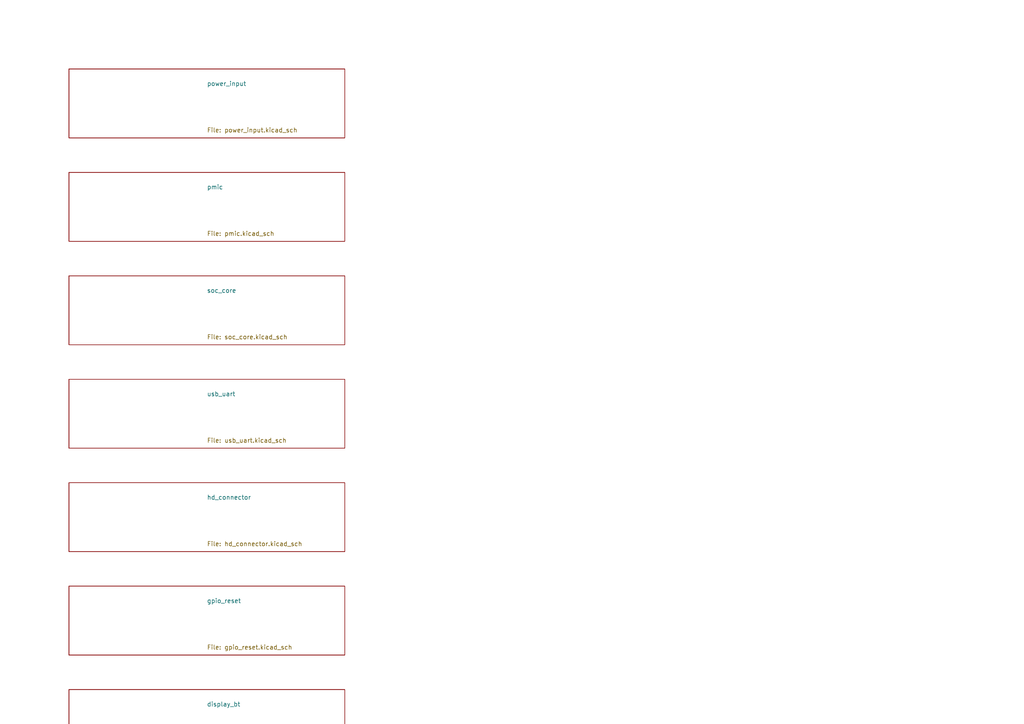
<source format=kicad_sch>
(kicad_sch
  (version 20231120)
  (generator "open_mmwave")
  (generator_version "8.0")
  (uuid "23515ff5-39b0-478f-a13c-41be9a72a45d")
  (paper "A4")

  (sheet
    (at 20 20)
    (size 80 20)
    (uuid "feb11d13-3a32-46dc-a609-6a796edc031f")
    (property "Sheetname" "power_input"
      (at 60 25 0)
      (effects (font (size 1.27 1.27)) (justify left bottom)))
    (property "Sheetfile" "power_input.kicad_sch"
      (at 60 37 0)
      (effects (font (size 1.27 1.27)) (justify left top)))
  )
  (sheet
    (at 20 50)
    (size 80 20)
    (uuid "d525fe9f-03b4-46d7-a11d-15c0b30a6810")
    (property "Sheetname" "pmic"
      (at 60 55 0)
      (effects (font (size 1.27 1.27)) (justify left bottom)))
    (property "Sheetfile" "pmic.kicad_sch"
      (at 60 67 0)
      (effects (font (size 1.27 1.27)) (justify left top)))
  )
  (sheet
    (at 20 80)
    (size 80 20)
    (uuid "36e39fcf-5f2c-485e-866d-3e1b5ac97515")
    (property "Sheetname" "soc_core"
      (at 60 85 0)
      (effects (font (size 1.27 1.27)) (justify left bottom)))
    (property "Sheetfile" "soc_core.kicad_sch"
      (at 60 97 0)
      (effects (font (size 1.27 1.27)) (justify left top)))
  )
  (sheet
    (at 20 110)
    (size 80 20)
    (uuid "e9fa7923-07b2-4f6f-b077-5dd529e80c10")
    (property "Sheetname" "usb_uart"
      (at 60 115 0)
      (effects (font (size 1.27 1.27)) (justify left bottom)))
    (property "Sheetfile" "usb_uart.kicad_sch"
      (at 60 127 0)
      (effects (font (size 1.27 1.27)) (justify left top)))
  )
  (sheet
    (at 20 140)
    (size 80 20)
    (uuid "fe03ca24-3cd3-408a-9d6d-bb914c321b3d")
    (property "Sheetname" "hd_connector"
      (at 60 145 0)
      (effects (font (size 1.27 1.27)) (justify left bottom)))
    (property "Sheetfile" "hd_connector.kicad_sch"
      (at 60 157 0)
      (effects (font (size 1.27 1.27)) (justify left top)))
  )
  (sheet
    (at 20 170)
    (size 80 20)
    (uuid "912c7435-57a8-4976-87b7-7b31a16ffd19")
    (property "Sheetname" "gpio_reset"
      (at 60 175 0)
      (effects (font (size 1.27 1.27)) (justify left bottom)))
    (property "Sheetfile" "gpio_reset.kicad_sch"
      (at 60 187 0)
      (effects (font (size 1.27 1.27)) (justify left top)))
  )
  (sheet
    (at 20 200)
    (size 80 20)
    (uuid "d677436f-c952-45b4-ab00-d298c27033a8")
    (property "Sheetname" "display_bt"
      (at 60 205 0)
      (effects (font (size 1.27 1.27)) (justify left bottom)))
    (property "Sheetfile" "display_bt.kicad_sch"
      (at 60 217 0)
      (effects (font (size 1.27 1.27)) (justify left top)))
  )

  (sheet_instances
    (path "/"
      (page "1"))
    (path "/feb11d13-3a32-46dc-a609-6a796edc031f"
      (page "2"))
    (path "/d525fe9f-03b4-46d7-a11d-15c0b30a6810"
      (page "3"))
    (path "/36e39fcf-5f2c-485e-866d-3e1b5ac97515"
      (page "4"))
    (path "/e9fa7923-07b2-4f6f-b077-5dd529e80c10"
      (page "5"))
    (path "/fe03ca24-3cd3-408a-9d6d-bb914c321b3d"
      (page "6"))
    (path "/912c7435-57a8-4976-87b7-7b31a16ffd19"
      (page "7"))
    (path "/d677436f-c952-45b4-ab00-d298c27033a8"
      (page "8"))
  )
)
</source>
